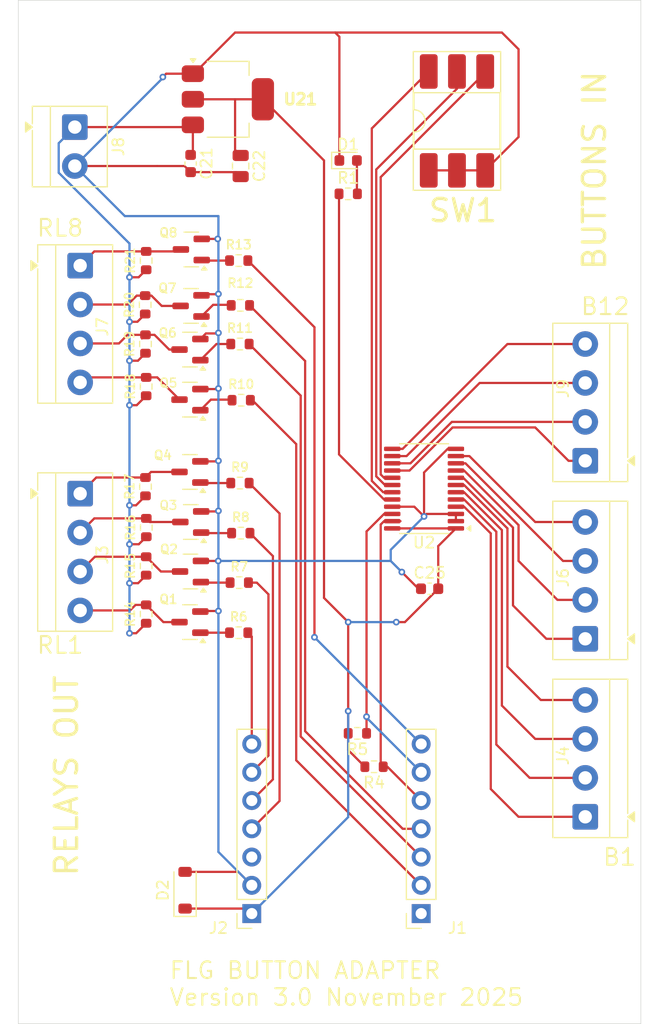
<source format=kicad_pcb>
(kicad_pcb (version 20241229) (generator "pcbnew") (generator_version "9.0")
  (layers (0 "F.Cu" signal) (2 "B.Cu" signal) (13 "F.Paste" user) (15 "B.Paste" user) (5 "F.SilkS" user "F.Silkscreen") (7 "B.SilkS" user "B.Silkscreen") (1 "F.Mask" user) (3 "B.Mask" user) (25 "Edge.Cuts" user))
  (net 0 "")
  (net 1 "/SW1_1")
  (net 2 "+5V")
  (net 3 "Net-(D1-A)")
  (net 4 "/AUX")
  (net 5 "/SW1_2")
  (net 6 "/IN 9")
  (net 7 "/IN 11")
  (net 8 "/IN 12")
  (net 9 "/SCL")
  (net 10 "/IN 10")
  (net 11 "/SW1_0")
  (net 12 "/SDA")
  (net 13 "/LED OUT")
  (net 14 "GND")
  (net 15 "/IN 2")
  (net 16 "/IN 1")
  (net 17 "/IN 3")
  (net 18 "/IN 4")
  (net 19 "/OUT 3")
  (net 20 "/OUT 2")
  (net 21 "/OUT 4")
  (net 22 "/OUT 1")
  (net 23 "/IN 5")
  (net 24 "/IN 7")
  (net 25 "/OUT 8")
  (net 26 "/IN 8")
  (net 27 "/IN 6")
  (net 28 "/OUT 5")
  (net 29 "/OUT 6")
  (net 30 "/OUT 7")
  (net 32 "+12V")
  (net 33 "/SIGNAL 3")
  (net 34 "/SIGNAL 4")
  (net 35 "/SIGNAL 1")
  (net 36 "/SIGNAL 2")
  (net 37 "/SIGNAL 6")
  (net 38 "/SIGNAL 7")
  (net 39 "/SIGNAL 8")
  (net 40 "/SIGNAL 5")
  (net 41 "Net-(Q1-B)")
  (net 42 "Net-(Q2-B)")
  (net 43 "Net-(Q3-B)")
  (net 44 "Net-(Q4-B)")
  (net 45 "Net-(Q5-B)")
  (net 46 "Net-(Q6-B)")
  (net 47 "Net-(Q7-B)")
  (net 48 "Net-(Q8-B)")
  (footprint "Package_TO_SOT_SMD:SOT-23" (layer "F.Cu") (at 70.0375 71.975 180)
    (property "Reference" "Q7")
    (property "Value" "BC817")
  )
  (footprint "Resistor_SMD:R_0603_1608Metric" (layer "F.Cu") (at 85 110.4 180)
    (property "Reference" "R5")
    (property "Value" "4.7k")
  )
  (footprint "Resistor_SMD:R_0603_1608Metric" (layer "F.Cu") (at 66 99.675 90)
    (property "Reference" "R14")
    (property "Value" "10K")
  )
  (footprint "Package_TO_SOT_SMD:SOT-23" (layer "F.Cu") (at 69.9375 75.9 180)
    (property "Reference" "Q6")
    (property "Value" "BC817")
  )
  (footprint "Connector_PinSocket_2.54mm:PinSocket_1x07_P2.54mm_Vertical" (layer "F.Cu") (at 75.5 126.6 180)
    (property "Reference" "J2")
    (property "Value" "Conn_01x07_Socket")
  )
  (footprint "Resistor_SMD:R_0603_1608Metric" (layer "F.Cu") (at 74.4375 75.4)
    (property "Reference" "R11")
    (property "Value" "4.7k")
  )
  (footprint "Package_TO_SOT_SMD:SOT-23" (layer "F.Cu") (at 69.9375 80.4 180)
    (property "Reference" "Q5")
    (property "Value" "BC817")
  )
  (footprint "MountingHole:MountingHole_2.7mm_M2.5" (layer "F.Cu") (at 58 132)
    (property "Reference" "H3" (hide yes))
    (property "Value" "MountingHole")
  )
  (footprint "LED_SMD:LED_0603_1608Metric" (layer "F.Cu") (at 84.17 58.9)
    (property "Reference" "D1")
    (property "Value" "LED")
  )
  (footprint "MountingHole:MountingHole_2.7mm_M2.5" (layer "F.Cu") (at 107 48)
    (property "Reference" "H2" (hide yes))
    (property "Value" "MountingHole")
  )
  (footprint "Package_DIP:DIP-6_W8.89mm_SMDSocket_LongPads" (layer "F.Cu") (at 93.96 55.345 90)
    (property "Reference" "SW1")
    (property "Value" "SW_DIP_x03")
  )
  (footprint "TerminalBlock_MetzConnect:TerminalBlock_MetzConnect_Type059_RT06304HBWC_1x04_P3.50mm_Horizontal" (layer "F.Cu") (at 60.0625 88.85 -90)
    (property "Reference" "J3")
    (property "Value" "Screw_Terminal_01x04")
  )
  (footprint "Capacitor_SMD:C_0603_1608Metric" (layer "F.Cu") (at 91.5 97.4)
    (property "Reference" "C25")
    (property "Value" "100n")
  )
  (footprint "Resistor_SMD:R_0603_1608Metric" (layer "F.Cu") (at 74.475 71.925)
    (property "Reference" "R12")
    (property "Value" "4.7k")
  )
  (footprint "Capacitor_SMD:C_0603_1608Metric" (layer "F.Cu") (at 70 59.175 -90)
    (property "Reference" "C21")
    (property "Value" "1u")
  )
  (footprint "Resistor_SMD:R_0603_1608Metric" (layer "F.Cu") (at 86.5 113.4 180)
    (property "Reference" "R4")
    (property "Value" "4.7k")
  )
  (footprint "TerminalBlock_MetzConnect:TerminalBlock_MetzConnect_Type059_RT06304HBWC_1x04_P3.50mm_Horizontal" (layer "F.Cu") (at 105.5 117.9 90)
    (property "Reference" "J4")
    (property "Value" "Screw_Terminal_01x04")
  )
  (footprint "Resistor_SMD:R_0603_1608Metric" (layer "F.Cu") (at 74.325 101.35)
    (property "Reference" "R6")
    (property "Value" "4.7k")
  )
  (footprint "Resistor_SMD:R_0603_1608Metric" (layer "F.Cu") (at 74.325 67.9)
    (property "Reference" "R13")
    (property "Value" "4.7k")
  )
  (footprint "Resistor_SMD:R_0603_1608Metric" (layer "F.Cu") (at 66 67.9 90)
    (property "Reference" "R21")
    (property "Value" "1.5K")
  )
  (footprint "TerminalBlock_MetzConnect:TerminalBlock_MetzConnect_Type059_RT06302HBWC_1x02_P3.50mm_Horizontal" (layer "F.Cu") (at 59.5825 55.9 -90)
    (property "Reference" "J8")
    (property "Value" "Screw_Terminal_01x02")
  )
  (footprint "Resistor_SMD:R_0603_1608Metric" (layer "F.Cu") (at 74.5125 92.4)
    (property "Reference" "R8")
    (property "Value" "4.7k")
  )
  (footprint "Resistor_SMD:R_0603_1608Metric" (layer "F.Cu") (at 74.4375 87.9)
    (property "Reference" "R9")
    (property "Value" "4.7k")
  )
  (footprint "Package_TO_SOT_SMD:SOT-23" (layer "F.Cu") (at 70.0125 91.4 180)
    (property "Reference" "Q3")
    (property "Value" "BC817")
  )
  (footprint "Capacitor_SMD:C_0805_2012Metric" (layer "F.Cu") (at 74.5 59.4 -90)
    (property "Reference" "C22")
    (property "Value" "10u")
  )
  (footprint "Resistor_SMD:R_0603_1608Metric" (layer "F.Cu") (at 66.0125 91.9 90)
    (property "Reference" "R16")
    (property "Value" "10K")
  )
  (footprint "Package_TO_SOT_SMD:SOT-23" (layer "F.Cu") (at 70.0625 66.9 180)
    (property "Reference" "Q8")
    (property "Value" "BC817")
  )
  (footprint "MountingHole:MountingHole_2.7mm_M2.5" (layer "F.Cu") (at 58 48)
    (property "Reference" "H1" (hide yes))
    (property "Value" "MountingHole")
  )
  (footprint "TerminalBlock_MetzConnect:TerminalBlock_MetzConnect_Type059_RT06304HBWC_1x04_P3.50mm_Horizontal" (layer "F.Cu") (at 105.5 85.9 90)
    (property "Reference" "J9")
    (property "Value" "Screw_Terminal_01x04")
  )
  (footprint "Resistor_SMD:R_0603_1608Metric" (layer "F.Cu") (at 65.9375 88.225 90)
    (property "Reference" "R17")
    (property "Value" "10K")
  )
  (footprint "Resistor_SMD:R_0603_1608Metric" (layer "F.Cu") (at 84.175 61.9)
    (property "Reference" "R1")
    (property "Value" "10k")
  )
  (footprint "TerminalBlock_MetzConnect:TerminalBlock_MetzConnect_Type059_RT06304HBWC_1x04_P3.50mm_Horizontal" (layer "F.Cu") (at 60.0625 68.35 -90)
    (property "Reference" "J7")
    (property "Value" "Screw_Terminal_01x04")
  )
  (footprint "Resistor_SMD:R_0603_1608Metric" (layer "F.Cu") (at 74.375 96.85)
    (property "Reference" "R7")
    (property "Value" "4.7k")
  )
  (footprint "Diode_SMD:D_SOD-123" (layer "F.Cu") (at 69.5 124.5 90)
    (property "Reference" "D2")
    (property "Value" "MBR0530")
  )
  (footprint "TerminalBlock_MetzConnect:TerminalBlock_MetzConnect_Type059_RT06304HBWC_1x04_P3.50mm_Horizontal" (layer "F.Cu") (at 105.5 101.9 90)
    (property "Reference" "J6")
    (property "Value" "Screw_Terminal_01x04")
  )
  (footprint "Package_SO:TSSOP-24_4.4x7.8mm_P0.65mm" (layer "F.Cu") (at 91 88.4 180)
    (property "Reference" "U2")
    (property "Value" "PCA9555PW")
  )
  (footprint "Package_TO_SOT_SMD:SOT-23" (layer "F.Cu") (at 69.9875 95.85 180)
    (property "Reference" "Q2")
    (property "Value" "BC817")
  )
  (footprint "MountingHole:MountingHole_2.7mm_M2.5" (layer "F.Cu") (at 107 132)
    (property "Reference" "H4" (hide yes))
    (property "Value" "MountingHole")
  )
  (footprint "Resistor_SMD:R_0603_1608Metric" (layer "F.Cu") (at 66 79.225 90)
    (property "Reference" "R18")
    (property "Value" "10K")
  )
  (footprint "Package_TO_SOT_SMD:SOT-223-3_TabPin2" (layer "F.Cu") (at 73.35 53.4)
    (property "Reference" "U21")
    (property "Value" "TLV1117-50IDCYR")
  )
  (footprint "Resistor_SMD:R_0603_1608Metric" (layer "F.Cu") (at 66 95.35 90)
    (property "Reference" "R15")
    (property "Value" "10K")
  )
  (footprint "Connector_PinSocket_2.54mm:PinSocket_1x07_P2.54mm_Vertical" (layer "F.Cu") (at 90.74 126.6 180)
    (property "Reference" "J1")
    (property "Value" "Conn_01x07_Socket")
  )
  (footprint "Resistor_SMD:R_0603_1608Metric" (layer "F.Cu") (at 74.55 80.45)
    (property "Reference" "R10")
    (property "Value" "4.7k")
  )
  (footprint "Resistor_SMD:R_0603_1608Metric" (layer "F.Cu") (at 65.9375 75.4 90)
    (property "Reference" "R19")
    (property "Value" "10K")
  )
  (footprint "Resistor_SMD:R_0603_1608Metric" (layer "F.Cu") (at 65.9125 71.875 90)
    (property "Reference" "R20")
    (property "Value" "10K")
  )
  (footprint "Package_TO_SOT_SMD:SOT-23" (layer "F.Cu") (at 69.9375 86.9 180)
    (property "Reference" "Q4")
    (property "Value" "BC817")
  )
  (footprint "Package_TO_SOT_SMD:SOT-23" (layer "F.Cu") (at 69.9375 100.4 180)
    (property "Reference" "Q1")
    (property "Value" "BC817")
  )
  (gr_line (start 110.5 44.5) (end 110.5 136.5) (stroke (width 0.05)) (layer "Edge.Cuts"))
  (gr_line (start 110.5 136.5) (end 54.5 136.5) (stroke (width 0.05)) (layer "Edge.Cuts"))
  (gr_line (start 54.5 136.5) (end 54.5 44.5) (stroke (width 0.05)) (layer "Edge.Cuts"))
  (gr_line (start 54.5 44.5) (end 110.5 44.5) (stroke (width 0.05)) (layer "Edge.Cuts"))
  (gr_text "B1" (at 107 122.4 0) (layer "F.SilkS") (effects (font (size 1.5 1.5) (thickness 0.1875)) (justify left bottom)))
  (gr_text "RL8" (at 56.0625 65.85 0) (layer "F.SilkS") (effects (font (size 1.5 1.5) (thickness 0.1875)) (justify left bottom)))
  (gr_text "B12" (at 105 72.9 0) (layer "F.SilkS") (effects (font (size 1.5 1.5) (thickness 0.1875)) (justify left bottom)))
  (gr_text "RL1" (at 56.0625 103.35 0) (layer "F.SilkS") (effects (font (size 1.5 1.5) (thickness 0.1875)) (justify left bottom)))
  (gr_text "BUTTONS IN" (at 107.5 68.9 90) (layer "F.SilkS") (effects (font (size 2 2) (thickness 0.3)) (justify left bottom)))
  (gr_text "RELAYS OUT" (at 60 123.4 90) (layer "F.SilkS") (effects (font (size 2 2) (thickness 0.3)) (justify left bottom)))
  (gr_text "FLG BUTTON ADAPTER\nVersion 3.0 November 2025" (at 68 135 0) (layer "F.SilkS") (effects (font (size 1.5 1.5) (thickness 0.1875)) (justify left bottom)))
  (segment (start 93.96 52.45) (end 93.96 50.9) (width 0.2) (layer "F.Cu") (net 1))
  (segment (start 87.48013 88.075) (end 86.698 87.29287) (width 0.2) (layer "F.Cu") (net 1))
  (segment (start 88.1375 88.075) (end 87.48013 88.075) (width 0.2) (layer "F.Cu") (net 1))
  (segment (start 86.698 59.712) (end 93.96 52.45) (width 0.2) (layer "F.Cu") (net 1))
  (segment (start 86.698 87.29287) (end 86.698 59.712) (width 0.2) (layer "F.Cu") (net 1))
  (segment (start 84.175 111.9) (end 85.675 113.4) (width 0.2) (layer "F.Cu") (net 2))
  (segment (start 93.8625 91.975) (end 88.1375 91.975) (width 0.2) (layer "F.Cu") (net 2))
  (segment (start 74 57.95) (end 74.5 58.45) (width 0.2) (layer "F.Cu") (net 2))
  (segment (start 74 53.4) (end 74 57.95) (width 0.2) (layer "F.Cu") (net 2))
  (segment (start 82 98.225) (end 84.175 100.4) (width 0.2) (layer "F.Cu") (net 2))
  (segment (start 89.275 100.4) (end 92.275 97.4) (width 0.2) (layer "F.Cu") (net 2))
  (segment (start 75.05 126.15) (end 75.5 126.6) (width 0.2) (layer "F.Cu") (net 2))
  (segment (start 88.5 100.4) (end 89.275 100.4) (width 0.2) (layer "F.Cu") (net 2))
  (segment (start 76.5 53.4) (end 82 58.9) (width 0.2) (layer "F.Cu") (net 2))
  (segment (start 92.275 97.4) (end 92.275 93.5625) (width 0.2) (layer "F.Cu") (net 2))
  (segment (start 84.175 108.4) (end 84.175 111.9) (width 0.2) (layer "F.Cu") (net 2))
  (segment (start 70.2 53.4) (end 74 53.4) (width 0.2) (layer "F.Cu") (net 2))
  (segment (start 74 53.4) (end 76.5 53.4) (width 0.2) (layer "F.Cu") (net 2))
  (segment (start 82 58.9) (end 82 98.225) (width 0.2) (layer "F.Cu") (net 2))
  (segment (start 92.275 93.5625) (end 93.8625 91.975) (width 0.2) (layer "F.Cu") (net 2))
  (segment (start 69.5 126.15) (end 75.05 126.15) (width 0.2) (layer "F.Cu") (net 2))
  (segment (start 84.175 100.4) (end 84.175 108.4) (width 0.2) (layer "F.Cu") (net 2))
  (via (at 84.175 108.4) (size 0.6) (drill 0.3) (layers "F.Cu" "B.Cu") (net 2))
  (via (at 84.175 100.4) (size 0.6) (drill 0.3) (layers "F.Cu" "B.Cu") (net 2))
  (via (at 88.5 100.4) (size 0.6) (drill 0.3) (layers "F.Cu" "B.Cu") (net 2))
  (segment (start 84.175 117.925) (end 75.5 126.6) (width 0.2) (layer "B.Cu") (net 2))
  (segment (start 84.175 108.4) (end 84.175 117.925) (width 0.2) (layer "B.Cu") (net 2))
  (segment (start 84.175 100.4) (end 88.5 100.4) (width 0.2) (layer "B.Cu") (net 2))
  (segment (start 84.9575 61.8575) (end 85 61.9) (width 0.2) (layer "F.Cu") (net 3))
  (segment (start 84.9575 58.9) (end 84.9575 61.8575) (width 0.2) (layer "F.Cu") (net 3))
  (segment (start 87.099 87.123999) (end 87.099 60.39716) (width 0.2) (layer "F.Cu") (net 5))
  (segment (start 87.099 60.39716) (end 96.5 50.99616) (width 0.2) (layer "F.Cu") (net 5))
  (segment (start 96.5 50.99616) (end 96.5 50.9) (width 0.2) (layer "F.Cu") (net 5))
  (segment (start 87.400001 87.425) (end 87.099 87.123999) (width 0.2) (layer "F.Cu") (net 5))
  (segment (start 88.1375 87.425) (end 87.400001 87.425) (width 0.2) (layer "F.Cu") (net 5))
  (segment (start 101 82.9) (end 104 85.9) (width 0.2) (layer "F.Cu") (net 6))
  (segment (start 93.5671 82.9) (end 101 82.9) (width 0.2) (layer "F.Cu") (net 6))
  (segment (start 104 85.9) (end 105.5 85.9) (width 0.2) (layer "F.Cu") (net 6))
  (segment (start 88.1375 86.775) (end 89.6921 86.775) (width 0.2) (layer "F.Cu") (net 6))
  (segment (start 89.6921 86.775) (end 93.5671 82.9) (width 0.2) (layer "F.Cu") (net 6))
  (segment (start 89.425 85.475) (end 96 78.9) (width 0.2) (layer "F.Cu") (net 7))
  (segment (start 96 78.9) (end 105.5 78.9) (width 0.2) (layer "F.Cu") (net 7))
  (segment (start 88.1375 85.475) (end 89.425 85.475) (width 0.2) (layer "F.Cu") (net 7))
  (segment (start 98.5 75.4) (end 105.5 75.4) (width 0.2) (layer "F.Cu") (net 8))
  (segment (start 89.075 84.825) (end 98.5 75.4) (width 0.2) (layer "F.Cu") (net 8))
  (segment (start 88.1375 84.825) (end 89.075 84.825) (width 0.2) (layer "F.Cu") (net 8))
  (segment (start 85.825 108.9) (end 85.825 92.250001) (width 0.2) (layer "F.Cu") (net 9))
  (segment (start 85.825 92.250001) (end 87.400001 90.675) (width 0.2) (layer "F.Cu") (net 9))
  (segment (start 85.825 110.4) (end 85.825 108.9) (width 0.2) (layer "F.Cu") (net 9))
  (segment (start 87.400001 90.675) (end 88.1375 90.675) (width 0.2) (layer "F.Cu") (net 9))
  (via (at 85.825 108.9) (size 0.6) (drill 0.3) (layers "F.Cu" "B.Cu") (net 9))
  (segment (start 85.825 108.985) (end 90.74 113.9) (width 0.2) (layer "B.Cu") (net 9))
  (segment (start 85.825 108.9) (end 85.825 108.985) (width 0.2) (layer "B.Cu") (net 9))
  (segment (start 89.775 86.125) (end 93.5 82.4) (width 0.2) (layer "F.Cu") (net 10))
  (segment (start 93.5 82.4) (end 105.5 82.4) (width 0.2) (layer "F.Cu") (net 10))
  (segment (start 88.1375 86.125) (end 89.775 86.125) (width 0.2) (layer "F.Cu") (net 10))
  (segment (start 88.1375 88.725) (end 87.325 88.725) (width 0.2) (layer "F.Cu") (net 11))
  (segment (start 87.325 88.725) (end 86.297 87.697) (width 0.2) (layer "F.Cu") (net 11))
  (segment (start 86.297 87.697) (end 86.297 56.023) (width 0.2) (layer "F.Cu") (net 11))
  (segment (start 86.297 56.023) (end 91.42 50.9) (width 0.2) (layer "F.Cu") (net 11))
  (segment (start 87.099 91.626001) (end 87.400001 91.325) (width 0.2) (layer "F.Cu") (net 12))
  (segment (start 87.099 113.174) (end 87.099 91.626001) (width 0.2) (layer "F.Cu") (net 12))
  (segment (start 87.325 113.4) (end 87.7 113.4) (width 0.2) (layer "F.Cu") (net 12))
  (segment (start 87.325 113.4) (end 87.099 113.174) (width 0.2) (layer "F.Cu") (net 12))
  (segment (start 87.400001 91.325) (end 88.1375 91.325) (width 0.2) (layer "F.Cu") (net 12))
  (segment (start 87.7 113.4) (end 90.74 116.44) (width 0.2) (layer "F.Cu") (net 12))
  (segment (start 88.874999 91.325) (end 88.1375 91.325) (width 0.2) (layer "F.Cu") (net 12))
  (segment (start 83.35 85.324999) (end 87.400001 89.375) (width 0.2) (layer "F.Cu") (net 13))
  (segment (start 87.400001 89.375) (end 88.1375 89.375) (width 0.2) (layer "F.Cu") (net 13))
  (segment (start 83.35 61.9) (end 83.35 85.324999) (width 0.2) (layer "F.Cu") (net 13))
  (segment (start 70 59.95) (end 74.1 59.95) (width 0.2) (layer "F.Cu") (net 14))
  (segment (start 91 90.9) (end 91.225 90.675) (width 0.2) (layer "F.Cu") (net 14))
  (segment (start 93.8625 90.675) (end 93.8625 91.325) (width 0.2) (layer "F.Cu") (net 14))
  (segment (start 70.925 99.4) (end 70.875 99.45) (width 0.2) (layer "F.Cu") (net 14))
  (segment (start 72.4875 94.9) (end 70.925 94.9) (width 0.2) (layer "F.Cu") (net 14))
  (segment (start 93.125001 84.825) (end 93.8625 84.825) (width 0.2) (layer "F.Cu") (net 14))
  (segment (start 69.45 59.4) (end 70 59.95) (width 0.2) (layer "F.Cu") (net 14))
  (segment (start 74.29 122.85) (end 75.5 124.06) (width 0.2) (layer "F.Cu") (net 14))
  (segment (start 90.125 90.025) (end 88.1375 90.025) (width 0.2) (layer "F.Cu") (net 14))
  (segment (start 91 90.9) (end 90.125 90.025) (width 0.2) (layer "F.Cu") (net 14))
  (segment (start 91 90.9) (end 91 86.950001) (width 0.2) (layer "F.Cu") (net 14))
  (segment (start 83 47.4) (end 83.5 47.4) (width 0.2) (layer "F.Cu") (net 14))
  (segment (start 90.5 97.4) (end 90.725 97.4) (width 0.2) (layer "F.Cu") (net 14))
  (segment (start 72.4375 79.45) (end 70.875 79.45) (width 0.2) (layer "F.Cu") (net 14))
  (segment (start 72.375 74.45) (end 71.375 74.45) (width 0.2) (layer "F.Cu") (net 14))
  (segment (start 83.3825 47.7825) (end 83 47.4) (width 0.2) (layer "F.Cu") (net 14))
  (segment (start 71.375 74.45) (end 70.875 74.95) (width 0.2) (layer "F.Cu") (net 14))
  (segment (start 74 47.4) (end 83 47.4) (width 0.2) (layer "F.Cu") (net 14))
  (segment (start 67.8 51.1) (end 70.2 51.1) (width 0.2) (layer "F.Cu") (net 14))
  (segment (start 72.375 85.95) (end 70.875 85.95) (width 0.2) (layer "F.Cu") (net 14))
  (segment (start 70.2 51.1) (end 70.3 51.1) (width 0.2) (layer "F.Cu") (net 14))
  (segment (start 83.5 47.4) (end 98 47.4) (width 0.2) (layer "F.Cu") (net 14))
  (segment (start 91.42 59.79) (end 96.5 59.79) (width 0.2) (layer "F.Cu") (net 14))
  (segment (start 72.4375 65.95) (end 71 65.95) (width 0.2) (layer "F.Cu") (net 14))
  (segment (start 67.5 51.4) (end 67.8 51.1) (width 0.2) (layer "F.Cu") (net 14))
  (segment (start 69.5 122.85) (end 74.29 122.85) (width 0.2) (layer "F.Cu") (net 14))
  (segment (start 89 95.9) (end 90.5 97.4) (width 0.2) (layer "F.Cu") (net 14))
  (segment (start 71.075 70.925) (end 70.975 71.025) (width 0.2) (layer "F.Cu") (net 14))
  (segment (start 91.225 90.675) (end 93.8625 90.675) (width 0.2) (layer "F.Cu") (net 14))
  (segment (start 72.35 70.925) (end 71.075 70.925) (width 0.2) (layer "F.Cu") (net 14))
  (segment (start 99.5 56.79) (end 96.5 59.79) (width 0.2) (layer "F.Cu") (net 14))
  (segment (start 72.4375 99.4) (end 70.925 99.4) (width 0.2) (layer "F.Cu") (net 14))
  (segment (start 72.45 90.45) (end 70.95 90.45) (width 0.2) (layer "F.Cu") (net 14))
  (segment (start 91 86.950001) (end 93.125001 84.825) (width 0.2) (layer "F.Cu") (net 14))
  (segment (start 98 47.4) (end 99.5 48.9) (width 0.2) (layer "F.Cu") (net 14))
  (segment (start 99.5 48.9) (end 99.5 56.79) (width 0.2) (layer "F.Cu") (net 14))
  (segment (start 59.5825 59.4) (end 67 59.4) (width 0.2) (layer "F.Cu") (net 14))
  (segment (start 74.1 59.95) (end 74.5 60.35) (width 0.2) (layer "F.Cu") (net 14))
  (segment (start 70.3 51.1) (end 74 47.4) (width 0.2) (layer "F.Cu") (net 14))
  (segment (start 67 59.4) (end 69.45 59.4) (width 0.2) (layer "F.Cu") (net 14))
  (segment (start 83.3825 58.9) (end 83.3825 47.7825) (width 0.2) (layer "F.Cu") (net 14))
  (via (at 67.5 51.4) (size 0.6) (drill 0.3) (layers "F.Cu" "B.Cu") (net 14))
  (via (at 72.4875 94.9) (size 0.6) (drill 0.3) (layers "F.Cu" "B.Cu") (net 14))
  (via (at 91 90.9) (size 0.6) (drill 0.3) (layers "F.Cu" "B.Cu") (net 14))
  (via (at 72.5 90.4) (size 0.6) (drill 0.3) (layers "F.Cu" "B.Cu") (net 14))
  (via (at 72.5 70.9) (size 0.6) (drill 0.3) (layers "F.Cu" "B.Cu") (net 14))
  (via (at 72.5 85.9) (size 0.6) (drill 0.3) (layers "F.Cu" "B.Cu") (net 14))
  (via (at 72.5 74.4) (size 0.6) (drill 0.3) (layers "F.Cu" "B.Cu") (net 14))
  (via (at 72.5 79.4) (size 0.6) (drill 0.3) (layers "F.Cu" "B.Cu") (net 14))
  (via (at 89 95.9) (size 0.6) (drill 0.3) (layers "F.Cu" "B.Cu") (net 14))
  (via (at 72.4375 65.95) (size 0.6) (drill 0.3) (layers "F.Cu" "B.Cu") (net 14))
  (via (at 72.5 99.4) (size 0.6) (drill 0.3) (layers "F.Cu" "B.Cu") (net 14))
  (segment (start 72.5 70.9) (end 72.5 74.4) (width 0.2) (layer "B.Cu") (net 14))
  (segment (start 72.5 63.9) (end 72.5 70.9) (width 0.2) (layer "B.Cu") (net 14))
  (segment (start 72.5 121.06) (end 75.5 124.06) (width 0.2) (layer "B.Cu") (net 14))
  (segment (start 72.5 90.4) (end 72.5 99.4) (width 0.2) (layer "B.Cu") (net 14))
  (segment (start 88 94.9) (end 88 93.9) (width 0.2) (layer "B.Cu") (net 14))
  (segment (start 59.5825 59.4) (end 67.5 51.4825) (width 0.2) (layer "B.Cu") (net 14))
  (segment (start 67.5 51.4825) (end 67.5 51.4) (width 0.2) (layer "B.Cu") (net 14))
  (segment (start 88 93.9) (end 91 90.9) (width 0.2) (layer "B.Cu") (net 14))
  (segment (start 72.5 99.4) (end 72.5 121.06) (width 0.2) (layer "B.Cu") (net 14))
  (segment (start 72.4875 94.9) (end 88 94.9) (width 0.2) (layer "B.Cu") (net 14))
  (segment (start 72.5 74.4) (end 72.5 79.4) (width 0.2) (layer "B.Cu") (net 14))
  (segment (start 88 94.9) (end 89 95.9) (width 0.2) (layer "B.Cu") (net 14))
  (segment (start 72.5 79.4) (end 72.5 85.9) (width 0.2) (layer "B.Cu") (net 14))
  (segment (start 64.0825 63.9) (end 72.5 63.9) (width 0.2) (layer "B.Cu") (net 14))
  (segment (start 59.5825 59.4) (end 64.0825 63.9) (width 0.2) (layer "B.Cu") (net 14))
  (segment (start 72.5 85.9) (end 72.5 90.4) (width 0.2) (layer "B.Cu") (net 14))
  (segment (start 100.5 114.4) (end 105.5 114.4) (width 0.2) (layer "F.Cu") (net 15))
  (segment (start 97.5 92.275001) (end 97.5 111.4) (width 0.2) (layer "F.Cu") (net 15))
  (segment (start 94.599999 89.375) (end 97.5 92.275001) (width 0.2) (layer "F.Cu") (net 15))
  (segment (start 93.8625 89.375) (end 94.599999 89.375) (width 0.2) (layer "F.Cu") (net 15))
  (segment (start 97.5 111.4) (end 100.5 114.4) (width 0.2) (layer "F.Cu") (net 15))
  (segment (start 97 92.425001) (end 97 115.4) (width 0.2) (layer "F.Cu") (net 16))
  (segment (start 93.8625 90.025) (end 94.599999 90.025) (width 0.2) (layer "F.Cu") (net 16))
  (segment (start 94.599999 90.025) (end 97 92.425001) (width 0.2) (layer "F.Cu") (net 16))
  (segment (start 99.5 117.9) (end 105.5 117.9) (width 0.2) (layer "F.Cu") (net 16))
  (segment (start 97 115.4) (end 99.5 117.9) (width 0.2) (layer "F.Cu") (net 16))
  (segment (start 98 92.125001) (end 98 107.9) (width 0.2) (layer "F.Cu") (net 17))
  (segment (start 93.8625 88.725) (end 94.599999 88.725) (width 0.2) (layer "F.Cu") (net 17))
  (segment (start 98 107.9) (end 101 110.9) (width 0.2) (layer "F.Cu") (net 17))
  (segment (start 94.599999 88.725) (end 98 92.125001) (width 0.2) (layer "F.Cu") (net 17))
  (segment (start 101 110.9) (end 105.5 110.9) (width 0.2) (layer "F.Cu") (net 17))
  (segment (start 93.8625 88.075) (end 94.599999 88.075) (width 0.2) (layer "F.Cu") (net 18))
  (segment (start 98.5 104.4) (end 101.5 107.4) (width 0.2) (layer "F.Cu") (net 18))
  (segment (start 101.5 107.4) (end 105.5 107.4) (width 0.2) (layer "F.Cu") (net 18))
  (segment (start 98.5 91.975001) (end 98.5 104.4) (width 0.2) (layer "F.Cu") (net 18))
  (segment (start 94.599999 88.075) (end 98.5 91.975001) (width 0.2) (layer "F.Cu") (net 18))
  (segment (start 75.5 116.44) (end 77.401 114.539) (width 0.2) (layer "F.Cu") (net 19))
  (segment (start 77.401 94.4635) (end 75.3375 92.4) (width 0.2) (layer "F.Cu") (net 19))
  (segment (start 77.401 114.539) (end 77.401 94.4635) (width 0.2) (layer "F.Cu") (net 19))
  (segment (start 77 112.4) (end 77 97.9) (width 0.2) (layer "F.Cu") (net 20))
  (segment (start 75.5 113.9) (end 77 112.4) (width 0.2) (layer "F.Cu") (net 20))
  (segment (start 77 97.9) (end 75.95 96.85) (width 0.2) (layer "F.Cu") (net 20))
  (segment (start 75.95 96.85) (end 75.2 96.85) (width 0.2) (layer "F.Cu") (net 20))
  (segment (start 78 90.6375) (end 75.2625 87.9) (width 0.2) (layer "F.Cu") (net 21))
  (segment (start 75.5 118.98) (end 78 116.48) (width 0.2) (layer "F.Cu") (net 21))
  (segment (start 78 116.48) (end 78 90.6375) (width 0.2) (layer "F.Cu") (net 21))
  (segment (start 75.5 111.36) (end 75.5 101.7) (width 0.2) (layer "F.Cu") (net 22))
  (segment (start 75.5 101.7) (end 75.15 101.35) (width 0.2) (layer "F.Cu") (net 22))
  (segment (start 102 101.9) (end 105.5 101.9) (width 0.2) (layer "F.Cu") (net 23))
  (segment (start 99 98.9) (end 102 101.9) (width 0.2) (layer "F.Cu") (net 23))
  (segment (start 99 91.9) (end 99 98.9) (width 0.2) (layer "F.Cu") (net 23))
  (segment (start 94.525 87.425) (end 99 91.9) (width 0.2) (layer "F.Cu") (net 23))
  (segment (start 93.8625 87.425) (end 94.525 87.425) (width 0.2) (layer "F.Cu") (net 23))
  (segment (start 103.5 94.9) (end 105.5 94.9) (width 0.2) (layer "F.Cu") (net 24))
  (segment (start 93.8625 86.125) (end 94.725 86.125) (width 0.2) (layer "F.Cu") (net 24))
  (segment (start 94.725 86.125) (end 103.5 94.9) (width 0.2) (layer "F.Cu") (net 24))
  (segment (start 81.14 73.89) (end 75.15 67.9) (width 0.2) (layer "F.Cu") (net 25))
  (segment (start 81.14 101.76) (end 81.14 73.89) (width 0.2) (layer "F.Cu") (net 25))
  (via (at 81.14 101.76) (size 0.6) (drill 0.3) (layers "F.Cu" "B.Cu") (net 25))
  (segment (start 81.14 101.76) (end 81 101.62) (width 0.2) (layer "B.Cu") (net 25))
  (segment (start 90.74 111.36) (end 81.14 101.76) (width 0.2) (layer "B.Cu") (net 25))
  (segment (start 101 91.4) (end 105.5 91.4) (width 0.2) (layer "F.Cu") (net 26))
  (segment (start 95.075 85.475) (end 101 91.4) (width 0.2) (layer "F.Cu") (net 26))
  (segment (start 93.8625 85.475) (end 95.075 85.475) (width 0.2) (layer "F.Cu") (net 26))
  (segment (start 93.8625 86.775) (end 94.599999 86.775) (width 0.2) (layer "F.Cu") (net 27))
  (segment (start 99.5 91.675001) (end 99.5 94.9) (width 0.2) (layer "F.Cu") (net 27))
  (segment (start 94.599999 86.775) (end 99.5 91.675001) (width 0.2) (layer "F.Cu") (net 27))
  (segment (start 103 98.4) (end 105.5 98.4) (width 0.2) (layer "F.Cu") (net 27))
  (segment (start 99.5 94.9) (end 103 98.4) (width 0.2) (layer "F.Cu") (net 27))
  (segment (start 75.55 80.45) (end 75.375 80.45) (width 0.2) (layer "F.Cu") (net 28))
  (segment (start 79.5 112.82) (end 79.5 84.4) (width 0.2) (layer "F.Cu") (net 28))
  (segment (start 79.5 84.4) (end 75.55 80.45) (width 0.2) (layer "F.Cu") (net 28))
  (segment (start 90.74 124.06) (end 79.5 112.82) (width 0.2) (layer "F.Cu") (net 28))
  (segment (start 90.74 121.52) (end 79.901 110.681) (width 0.2) (layer "F.Cu") (net 29))
  (segment (start 79.901 80.0385) (end 75.2625 75.4) (width 0.2) (layer "F.Cu") (net 29))
  (segment (start 79.901 110.681) (end 79.901 80.0385) (width 0.2) (layer "F.Cu") (net 29))
  (segment (start 80.302 76.927) (end 75.3 71.925) (width 0.2) (layer "F.Cu") (net 30))
  (segment (start 89.08 118.98) (end 80.302 110.202) (width 0.2) (layer "F.Cu") (net 30))
  (segment (start 80.302 110.202) (end 80.302 76.927) (width 0.2) (layer "F.Cu") (net 30))
  (segment (start 90.74 118.98) (end 89.08 118.98) (width 0.2) (layer "F.Cu") (net 30))
  (segment (start 64.5 93.4) (end 65.3375 93.4) (width 0.2) (layer "F.Cu") (net 32))
  (segment (start 65.15 80.9) (end 66 80.05) (width 0.2) (layer "F.Cu") (net 32))
  (segment (start 64.5 96.9) (end 65.275 96.9) (width 0.2) (layer "F.Cu") (net 32))
  (segment (start 64.5 89.9) (end 65.0875 89.9) (width 0.2) (layer "F.Cu") (net 32))
  (segment (start 64.5 80.9) (end 65.15 80.9) (width 0.2) (layer "F.Cu") (net 32))
  (segment (start 70.2 55.7) (end 70.2 58.2) (width 0.2) (layer "F.Cu") (net 32))
  (segment (start 65.325 69.4) (end 66 68.725) (width 0.2) (layer "F.Cu") (net 32))
  (segment (start 64.5 76.9) (end 65.2625 76.9) (width 0.2) (layer "F.Cu") (net 32))
  (segment (start 65.2625 76.9) (end 65.9375 76.225) (width 0.2) (layer "F.Cu") (net 32))
  (segment (start 59.5825 55.9) (end 70 55.9) (width 0.2) (layer "F.Cu") (net 32))
  (segment (start 64.5 73.4) (end 65.2125 73.4) (width 0.2) (layer "F.Cu") (net 32))
  (segment (start 65.0875 89.9) (end 65.9375 89.05) (width 0.2) (layer "F.Cu") (net 32))
  (segment (start 64.5 101.4) (end 65.1 101.4) (width 0.2) (layer "F.Cu") (net 32))
  (segment (start 65.3375 93.4) (end 66.0125 92.725) (width 0.2) (layer "F.Cu") (net 32))
  (segment (start 65.275 96.9) (end 66 96.175) (width 0.2) (layer "F.Cu") (net 32))
  (segment (start 65.2125 73.4) (end 65.9125 72.7) (width 0.2) (layer "F.Cu") (net 32))
  (segment (start 64.5 69.4) (end 65.325 69.4) (width 0.2) (layer "F.Cu") (net 32))
  (segment (start 70 55.9) (end 70.2 55.7) (width 0.2) (layer "F.Cu") (net 32))
  (segment (start 70.2 58.2) (end 70 58.4) (width 0.2) (layer "F.Cu") (net 32))
  (segment (start 65.1 101.4) (end 66 100.5) (width 0.2) (layer "F.Cu") (net 32))
  (via (at 64.5 93.4) (size 0.6) (drill 0.3) (layers "F.Cu" "B.Cu") (net 32))
  (via (at 64.5 69.4) (size 0.6) (drill 0.3) (layers "F.Cu" "B.Cu") (net 32))
  (via (at 64.5 96.9) (size 0.6) (drill 0.3) (layers "F.Cu" "B.Cu") (net 32))
  (via (at 64.5 80.9) (size 0.6) (drill 0.3) (layers "F.Cu" "B.Cu") (net 32))
  (via (at 64.5 101.4) (size 0.6) (drill 0.3) (layers "F.Cu" "B.Cu") (net 32))
  (via (at 64.5 89.9) (size 0.6) (drill 0.3) (layers "F.Cu" "B.Cu") (net 32))
  (via (at 64.5 76.9) (size 0.6) (drill 0.3) (layers "F.Cu" "B.Cu") (net 32))
  (via (at 64.5 73.4) (size 0.6) (drill 0.3) (layers "F.Cu" "B.Cu") (net 32))
  (segment (start 59.5825 55.9) (end 58.1315 57.351) (width 0.2) (layer "B.Cu") (net 32))
  (segment (start 64.5 93.4) (end 64.5 96.9) (width 0.2) (layer "B.Cu") (net 32))
  (segment (start 64.5 80.9) (end 64.5 89.9) (width 0.2) (layer "B.Cu") (net 32))
  (segment (start 64.5 76.9) (end 64.5 80.9) (width 0.2) (layer "B.Cu") (net 32))
  (segment (start 64.5 69.4) (end 64.5 69.9) (width 0.2) (layer "B.Cu") (net 32))
  (segment (start 64.5 69.9) (end 64.5 73.4) (width 0.2) (layer "B.Cu") (net 32))
  (segment (start 64.5 73.4) (end 64.5 76.9) (width 0.2) (layer "B.Cu") (net 32))
  (segment (start 64.5 96.9) (end 64.5 101.4) (width 0.2) (layer "B.Cu") (net 32))
  (segment (start 58.1315 57.351) (end 58.1315 60.001024) (width 0.2) (layer "B.Cu") (net 32))
  (segment (start 64.5 66.369524) (end 64.5 69.4) (width 0.2) (layer "B.Cu") (net 32))
  (segment (start 58.1315 60.001024) (end 64.030476 65.9) (width 0.2) (layer "B.Cu") (net 32))
  (segment (start 64.5 89.9) (end 64.5 93.4) (width 0.2) (layer "B.Cu") (net 32))
  (segment (start 64.030476 65.9) (end 64.5 66.369524) (width 0.2) (layer "B.Cu") (net 32))
  (segment (start 69.075 91.4) (end 66.3375 91.4) (width 0.2) (layer "F.Cu") (net 33))
  (segment (start 61.3375 91.075) (end 60.0625 92.35) (width 0.2) (layer "F.Cu") (net 33))
  (segment (start 66.3375 91.4) (end 66.0125 91.075) (width 0.2) (layer "F.Cu") (net 33))
  (segment (start 66.0125 91.075) (end 61.3375 91.075) (width 0.2) (layer "F.Cu") (net 33))
  (segment (start 65.9375 87.4) (end 61.5125 87.4) (width 0.2) (layer "F.Cu") (net 34))
  (segment (start 66.4375 86.9) (end 65.9375 87.4) (width 0.2) (layer "F.Cu") (net 34))
  (segment (start 61.5125 87.4) (end 60.0625 88.85) (width 0.2) (layer "F.Cu") (net 34))
  (segment (start 69 86.9) (end 66.4375 86.9) (width 0.2) (layer "F.Cu") (net 34))
  (segment (start 65.05 98.85) (end 64.55 99.35) (width 0.2) (layer "F.Cu") (net 35))
  (segment (start 66 98.85) (end 65.05 98.85) (width 0.2) (layer "F.Cu") (net 35))
  (segment (start 67.55 100.4) (end 66 98.85) (width 0.2) (layer "F.Cu") (net 35))
  (segment (start 69 100.4) (end 67.55 100.4) (width 0.2) (layer "F.Cu") (net 35))
  (segment (start 64.55 99.35) (end 60.0625 99.35) (width 0.2) (layer "F.Cu") (net 35))
  (segment (start 69.05 95.85) (end 67.325 95.85) (width 0.2) (layer "F.Cu") (net 36))
  (segment (start 66 94.525) (end 61.3875 94.525) (width 0.2) (layer "F.Cu") (net 36))
  (segment (start 61.3875 94.525) (end 60.0625 95.85) (width 0.2) (layer "F.Cu") (net 36))
  (segment (start 67.325 95.85) (end 66 94.525) (width 0.2) (layer "F.Cu") (net 36))
  (segment (start 63.55 75.35) (end 60.0625 75.35) (width 0.2) (layer "F.Cu") (net 37))
  (segment (start 66.75 74.575) (end 68.075 75.9) (width 0.2) (layer "F.Cu") (net 37))
  (segment (start 65.6125 74.9) (end 65.9375 74.575) (width 0.2) (layer "F.Cu") (net 37))
  (segment (start 65.9375 74.575) (end 66.75 74.575) (width 0.2) (layer "F.Cu") (net 37))
  (segment (start 68.075 75.9) (end 69 75.9) (width 0.2) (layer "F.Cu") (net 37))
  (segment (start 64.325 74.575) (end 63.55 75.35) (width 0.2) (layer "F.Cu") (net 37))
  (segment (start 65.9375 74.575) (end 64.325 74.575) (width 0.2) (layer "F.Cu") (net 37))
  (segment (start 67.4 71.975) (end 69.1 71.975) (width 0.2) (layer "F.Cu") (net 38))
  (segment (start 65.9125 71.05) (end 65.15 71.05) (width 0.2) (layer "F.Cu") (net 38))
  (segment (start 65.15 71.05) (end 64.35 71.85) (width 0.2) (layer "F.Cu") (net 38))
  (segment (start 65.9125 71.05) (end 66.475 71.05) (width 0.2) (layer "F.Cu") (net 38))
  (segment (start 64.35 71.85) (end 60.0625 71.85) (width 0.2) (layer "F.Cu") (net 38))
  (segment (start 66.475 71.05) (end 67.4 71.975) (width 0.2) (layer "F.Cu") (net 38))
  (segment (start 61.3375 67.075) (end 60.0625 68.35) (width 0.2) (layer "F.Cu") (net 39))
  (segment (start 68.95 67.075) (end 69.125 66.9) (width 0.2) (layer "F.Cu") (net 39))
  (segment (start 66 67.075) (end 68.95 67.075) (width 0.2) (layer "F.Cu") (net 39))
  (segment (start 66 67.075) (end 61.3375 67.075) (width 0.2) (layer "F.Cu") (net 39))
  (segment (start 66 78.4) (end 67 78.4) (width 0.2) (layer "F.Cu") (net 40))
  (segment (start 67 78.4) (end 69 80.4) (width 0.2) (layer "F.Cu") (net 40))
  (segment (start 66 78.4) (end 60.5125 78.4) (width 0.2) (layer "F.Cu") (net 40))
  (segment (start 60.5125 78.4) (end 60.0625 78.85) (width 0.2) (layer "F.Cu") (net 40))
  (segment (start 73.5 101.35) (end 70.875 101.35) (width 0.2) (layer "F.Cu") (net 41))
  (segment (start 70.975 96.85) (end 70.925 96.8) (width 0.2) (layer "F.Cu") (net 42))
  (segment (start 73.55 96.85) (end 70.975 96.85) (width 0.2) (layer "F.Cu") (net 42))
  (segment (start 71 92.4) (end 70.95 92.35) (width 0.2) (layer "F.Cu") (net 43))
  (segment (start 73.6875 92.4) (end 71 92.4) (width 0.2) (layer "F.Cu") (net 43))
  (segment (start 73.6125 87.9) (end 70.925 87.9) (width 0.2) (layer "F.Cu") (net 44))
  (segment (start 70.925 87.9) (end 70.875 87.85) (width 0.2) (layer "F.Cu") (net 44))
  (segment (start 73.675 80.4) (end 71.825 80.4) (width 0.2) (layer "F.Cu") (net 45))
  (segment (start 71.825 80.4) (end 70.875 81.35) (width 0.2) (layer "F.Cu") (net 45))
  (segment (start 72.325 75.4) (end 70.875 76.85) (width 0.2) (layer "F.Cu") (net 46))
  (segment (start 73.6125 75.4) (end 72.325 75.4) (width 0.2) (layer "F.Cu") (net 46))
  (segment (start 73.5875 71.875) (end 72.025 71.875) (width 0.2) (layer "F.Cu") (net 47))
  (segment (start 72.025 71.875) (end 70.975 72.925) (width 0.2) (layer "F.Cu") (net 47))
  (segment (start 73.5 67.9) (end 71.05 67.9) (width 0.2) (layer "F.Cu") (net 48))
  (segment (start 71.05 67.9) (end 71 67.85) (width 0.2) (layer "F.Cu") (net 48))
)
</source>
